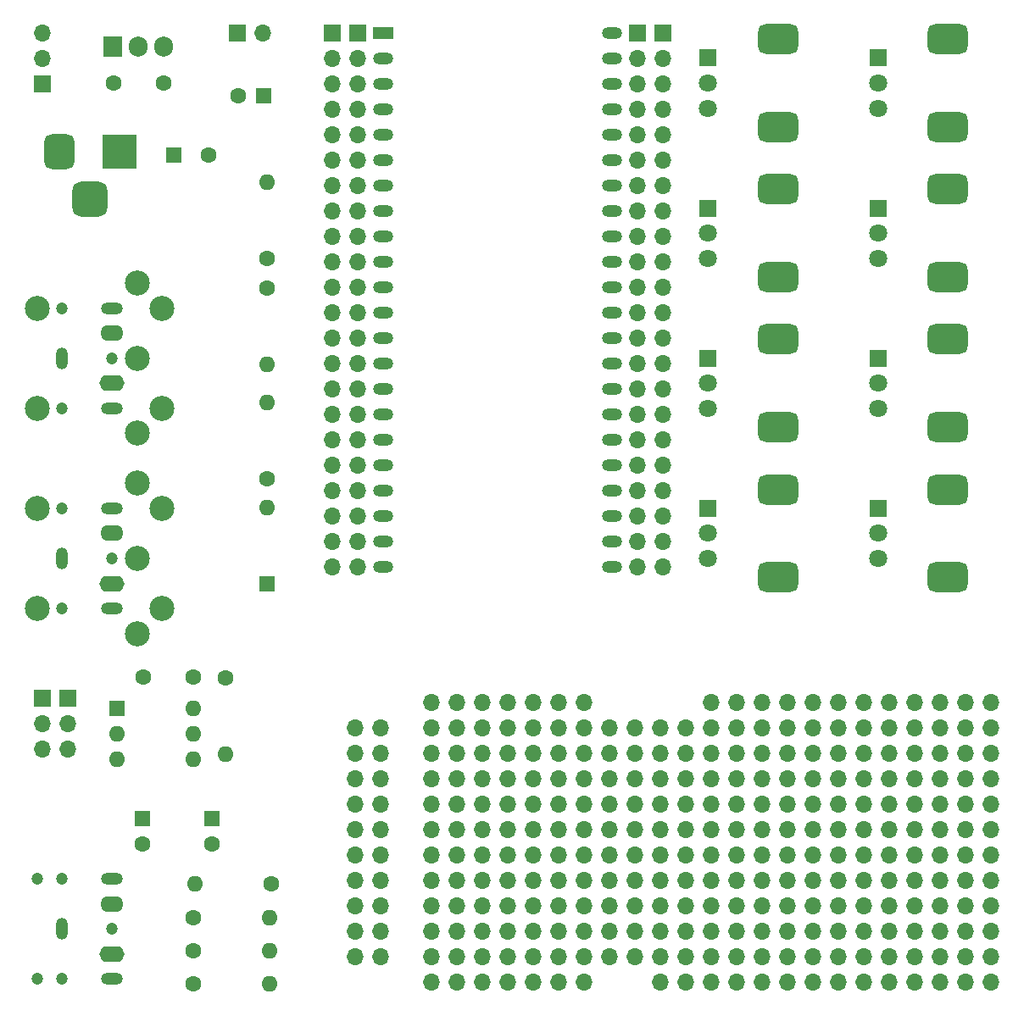
<source format=gbr>
%TF.GenerationSoftware,KiCad,Pcbnew,8.0.7*%
%TF.CreationDate,2025-05-14T18:58:00+01:00*%
%TF.ProjectId,ESP32-S3-Experimenter,45535033-322d-4533-932d-457870657269,rev?*%
%TF.SameCoordinates,Original*%
%TF.FileFunction,Soldermask,Top*%
%TF.FilePolarity,Negative*%
%FSLAX46Y46*%
G04 Gerber Fmt 4.6, Leading zero omitted, Abs format (unit mm)*
G04 Created by KiCad (PCBNEW 8.0.7) date 2025-05-14 18:58:00*
%MOMM*%
%LPD*%
G01*
G04 APERTURE LIST*
G04 Aperture macros list*
%AMRoundRect*
0 Rectangle with rounded corners*
0 $1 Rounding radius*
0 $2 $3 $4 $5 $6 $7 $8 $9 X,Y pos of 4 corners*
0 Add a 4 corners polygon primitive as box body*
4,1,4,$2,$3,$4,$5,$6,$7,$8,$9,$2,$3,0*
0 Add four circle primitives for the rounded corners*
1,1,$1+$1,$2,$3*
1,1,$1+$1,$4,$5*
1,1,$1+$1,$6,$7*
1,1,$1+$1,$8,$9*
0 Add four rect primitives between the rounded corners*
20,1,$1+$1,$2,$3,$4,$5,0*
20,1,$1+$1,$4,$5,$6,$7,0*
20,1,$1+$1,$6,$7,$8,$9,0*
20,1,$1+$1,$8,$9,$2,$3,0*%
G04 Aperture macros list end*
%ADD10O,1.700000X1.700000*%
%ADD11R,1.700000X1.700000*%
%ADD12C,1.600000*%
%ADD13O,1.600000X1.600000*%
%ADD14R,2.000000X1.200000*%
%ADD15O,2.000000X1.200000*%
%ADD16R,1.600000X1.600000*%
%ADD17R,1.800000X1.800000*%
%ADD18C,1.800000*%
%ADD19RoundRect,0.750000X-1.250000X-0.750000X1.250000X-0.750000X1.250000X0.750000X-1.250000X0.750000X0*%
%ADD20C,2.499360*%
%ADD21C,1.200000*%
%ADD22O,1.200000X2.200000*%
%ADD23O,2.200000X1.200000*%
%ADD24O,2.300000X1.600000*%
%ADD25O,2.500000X1.600000*%
%ADD26R,1.905000X2.000000*%
%ADD27O,1.905000X2.000000*%
%ADD28R,3.500000X3.500000*%
%ADD29RoundRect,0.750000X-0.750000X-1.000000X0.750000X-1.000000X0.750000X1.000000X-0.750000X1.000000X0*%
%ADD30RoundRect,0.875000X-0.875000X-0.875000X0.875000X-0.875000X0.875000X0.875000X-0.875000X0.875000X0*%
G04 APERTURE END LIST*
D10*
%TO.C,*%
X99060000Y-137160000D03*
%TD*%
%TO.C,*%
X134620000Y-134620000D03*
%TD*%
%TO.C,*%
X99060000Y-127000000D03*
%TD*%
%TO.C,*%
X139700000Y-121920000D03*
%TD*%
%TO.C,*%
X132080000Y-134620000D03*
%TD*%
%TO.C,*%
X137160000Y-147320000D03*
%TD*%
%TO.C,*%
X114300000Y-147320000D03*
%TD*%
%TO.C,*%
X104140000Y-144780000D03*
%TD*%
%TO.C,*%
X134620000Y-144780000D03*
%TD*%
%TO.C,*%
X93980000Y-139700000D03*
%TD*%
%TO.C,*%
X96520000Y-124460000D03*
%TD*%
%TO.C,*%
X127000000Y-144780000D03*
%TD*%
%TO.C,*%
X144780000Y-147320000D03*
%TD*%
%TO.C,*%
X132080000Y-129540000D03*
%TD*%
%TO.C,*%
X104140000Y-142240000D03*
%TD*%
D11*
%TO.C,J12*%
X84000000Y-52540000D03*
D10*
X84000000Y-55080000D03*
X84000000Y-57620000D03*
X84000000Y-60160000D03*
X84000000Y-62700000D03*
X84000000Y-65240000D03*
X84000000Y-67780000D03*
X84000000Y-70320000D03*
X84000000Y-72860000D03*
X84000000Y-75400000D03*
X84000000Y-77940000D03*
X84000000Y-80480000D03*
X84000000Y-83020000D03*
X84000000Y-85560000D03*
X84000000Y-88100000D03*
X84000000Y-90640000D03*
X84000000Y-93180000D03*
X84000000Y-95720000D03*
X84000000Y-98260000D03*
X84000000Y-100800000D03*
X84000000Y-103340000D03*
X84000000Y-105880000D03*
%TD*%
%TO.C,*%
X116840000Y-127000000D03*
%TD*%
%TO.C,*%
X121920000Y-144780000D03*
%TD*%
%TO.C,*%
X96520000Y-134620000D03*
%TD*%
D11*
%TO.C,J8*%
X52540000Y-119000000D03*
D10*
X52540000Y-121540000D03*
X52540000Y-124080000D03*
%TD*%
%TO.C,*%
X104140000Y-124460000D03*
%TD*%
%TO.C,*%
X114300000Y-142240000D03*
%TD*%
%TO.C,*%
X101600000Y-124460000D03*
%TD*%
D12*
%TO.C,R6*%
X75375000Y-137475000D03*
D13*
X67755000Y-137475000D03*
%TD*%
D12*
%TO.C,C8*%
X64675000Y-57475000D03*
X59675000Y-57475000D03*
%TD*%
D11*
%TO.C,SW2*%
X52540000Y-57620000D03*
D10*
X52540000Y-55080000D03*
X52540000Y-52540000D03*
%TD*%
%TO.C,*%
X144780000Y-121920000D03*
%TD*%
%TO.C,*%
X106680000Y-142240000D03*
%TD*%
%TO.C,*%
X142240000Y-132080000D03*
%TD*%
%TO.C,*%
X101600000Y-144780000D03*
%TD*%
D12*
%TO.C,R4*%
X75000000Y-75000000D03*
D13*
X75000000Y-67380000D03*
%TD*%
D10*
%TO.C,*%
X137160000Y-132080000D03*
%TD*%
D11*
%TO.C,J7*%
X55080000Y-119000000D03*
D10*
X55080000Y-121540000D03*
X55080000Y-124080000D03*
%TD*%
%TO.C,*%
X139700000Y-137160000D03*
%TD*%
D14*
%TO.C,U1*%
X86540000Y-52540000D03*
D15*
X86540000Y-55080000D03*
X86540000Y-57620000D03*
X86540000Y-60160000D03*
X86540000Y-62700000D03*
X86540000Y-65240000D03*
X86540000Y-67780000D03*
X86540000Y-70320000D03*
X86540000Y-72860000D03*
X86540000Y-75400000D03*
X86540000Y-77940000D03*
X86540000Y-80480000D03*
X86540000Y-83020000D03*
X86540000Y-85560000D03*
X86540000Y-88100000D03*
X86540000Y-90640000D03*
X86540000Y-93180000D03*
X86540000Y-95720000D03*
X86540000Y-98260000D03*
X86536320Y-100797280D03*
X86536320Y-103337280D03*
X86536320Y-105877280D03*
X109400000Y-105880000D03*
X109400000Y-103340000D03*
X109400000Y-100800000D03*
X109400000Y-98260000D03*
X109400000Y-95720000D03*
X109400000Y-93180000D03*
X109400000Y-90640000D03*
X109400000Y-88100000D03*
X109400000Y-85560000D03*
X109400000Y-83020000D03*
X109400000Y-80480000D03*
X109400000Y-77940000D03*
X109400000Y-75400000D03*
X109400000Y-72860000D03*
X109400000Y-70320000D03*
X109400000Y-67780000D03*
X109400000Y-65240000D03*
X109400000Y-62700000D03*
X109400000Y-60160000D03*
X109400000Y-57620000D03*
X109400000Y-55080000D03*
X109400000Y-52540000D03*
%TD*%
D10*
%TO.C,*%
X124460000Y-144780000D03*
%TD*%
%TO.C,*%
X121920000Y-137160000D03*
%TD*%
%TO.C,*%
X106680000Y-132080000D03*
%TD*%
D16*
%TO.C,U2*%
X60000000Y-120000000D03*
D13*
X60000000Y-122540000D03*
X60000000Y-125080000D03*
X67620000Y-125080000D03*
X67620000Y-122540000D03*
X67620000Y-120000000D03*
%TD*%
D10*
%TO.C,*%
X101600000Y-142240000D03*
%TD*%
%TO.C,*%
X106680000Y-127000000D03*
%TD*%
%TO.C,*%
X124460000Y-129540000D03*
%TD*%
D17*
%TO.C,RV3*%
X119000000Y-85000000D03*
D18*
X119000000Y-87500000D03*
X119000000Y-90000000D03*
D19*
X126000000Y-83100000D03*
X126000000Y-91900000D03*
%TD*%
D10*
%TO.C,*%
X101600000Y-134620000D03*
%TD*%
%TO.C,*%
X127000000Y-139700000D03*
%TD*%
%TO.C,*%
X109220000Y-139700000D03*
%TD*%
D11*
%TO.C,J13*%
X81460000Y-52540000D03*
D10*
X81460000Y-55080000D03*
X81460000Y-57620000D03*
X81460000Y-60160000D03*
X81460000Y-62700000D03*
X81460000Y-65240000D03*
X81460000Y-67780000D03*
X81460000Y-70320000D03*
X81460000Y-72860000D03*
X81460000Y-75400000D03*
X81460000Y-77940000D03*
X81460000Y-80480000D03*
X81460000Y-83020000D03*
X81460000Y-85560000D03*
X81460000Y-88100000D03*
X81460000Y-90640000D03*
X81460000Y-93180000D03*
X81460000Y-95720000D03*
X81460000Y-98260000D03*
X81460000Y-100800000D03*
X81460000Y-103340000D03*
X81460000Y-105880000D03*
%TD*%
%TO.C,*%
X114300000Y-127000000D03*
%TD*%
%TO.C,*%
X127000000Y-127000000D03*
%TD*%
%TO.C,*%
X104140000Y-129540000D03*
%TD*%
%TO.C,*%
X124460000Y-121920000D03*
%TD*%
%TO.C,*%
X132080000Y-121920000D03*
%TD*%
%TO.C,*%
X99060000Y-132080000D03*
%TD*%
%TO.C,*%
X104140000Y-121920000D03*
%TD*%
%TO.C,*%
X93980000Y-124460000D03*
%TD*%
D20*
%TO.C,J3*%
X51992300Y-99998740D03*
D21*
X54500000Y-100000000D03*
X59500000Y-105000000D03*
X54500000Y-110000000D03*
D20*
X51992300Y-110001260D03*
X61987200Y-112498080D03*
X61989740Y-105000000D03*
D22*
X54500000Y-105000000D03*
D20*
X61987200Y-97501920D03*
D23*
X59500000Y-100000000D03*
D20*
X64489100Y-109996180D03*
X64489100Y-100003820D03*
D23*
X59500000Y-110000000D03*
D24*
X59500000Y-102500000D03*
D25*
X59500000Y-107500000D03*
%TD*%
D10*
%TO.C,*%
X93980000Y-142240000D03*
%TD*%
%TO.C,*%
X93980000Y-134620000D03*
%TD*%
%TO.C,*%
X99060000Y-139700000D03*
%TD*%
%TO.C,*%
X121920000Y-127000000D03*
%TD*%
D12*
%TO.C,R8*%
X70825000Y-116900000D03*
D13*
X70825000Y-124520000D03*
%TD*%
D10*
%TO.C,*%
X147320000Y-132080000D03*
%TD*%
%TO.C,*%
X124460000Y-124460000D03*
%TD*%
%TO.C,*%
X137160000Y-134620000D03*
%TD*%
D12*
%TO.C,R1*%
X75000000Y-97000000D03*
D13*
X75000000Y-89380000D03*
%TD*%
D10*
%TO.C,*%
X142240000Y-144780000D03*
%TD*%
D16*
%TO.C,C7*%
X74600000Y-58800000D03*
D12*
X72100000Y-58800000D03*
%TD*%
D10*
%TO.C,*%
X137160000Y-127000000D03*
%TD*%
%TO.C,*%
X119380000Y-134620000D03*
%TD*%
%TO.C,*%
X144780000Y-124460000D03*
%TD*%
%TO.C,*%
X134620000Y-121920000D03*
%TD*%
%TO.C,*%
X101600000Y-129540000D03*
%TD*%
%TO.C,*%
X144780000Y-132080000D03*
%TD*%
%TO.C,*%
X101600000Y-127000000D03*
%TD*%
%TO.C,*%
X129540000Y-137160000D03*
%TD*%
%TO.C,*%
X111760000Y-139700000D03*
%TD*%
%TO.C,*%
X93980000Y-137160000D03*
%TD*%
%TO.C,*%
X129540000Y-124460000D03*
%TD*%
%TO.C,*%
X116840000Y-137160000D03*
%TD*%
%TO.C,*%
X93980000Y-121920000D03*
%TD*%
%TO.C,*%
X114300000Y-132080000D03*
%TD*%
%TO.C,*%
X144780000Y-139700000D03*
%TD*%
%TO.C,*%
X93980000Y-144780000D03*
%TD*%
%TO.C,*%
X121920000Y-124460000D03*
%TD*%
%TO.C,*%
X93980000Y-127000000D03*
%TD*%
D16*
%TO.C,C2*%
X69500000Y-131000000D03*
D12*
X69500000Y-133500000D03*
%TD*%
D10*
%TO.C,*%
X111760000Y-142240000D03*
%TD*%
%TO.C,*%
X91440000Y-137160000D03*
%TD*%
%TO.C,*%
X147320000Y-124460000D03*
%TD*%
%TO.C,*%
X137160000Y-121920000D03*
%TD*%
%TO.C,*%
X96520000Y-121920000D03*
%TD*%
%TO.C,*%
X139700000Y-129540000D03*
%TD*%
%TO.C,*%
X106680000Y-137160000D03*
%TD*%
%TO.C,*%
X132080000Y-137160000D03*
%TD*%
%TO.C,*%
X139700000Y-147320000D03*
%TD*%
%TO.C,*%
X121920000Y-139700000D03*
%TD*%
%TO.C,*%
X119380000Y-121920000D03*
%TD*%
D12*
%TO.C,C5*%
X67625000Y-116875000D03*
X62625000Y-116875000D03*
%TD*%
D10*
%TO.C,*%
X104140000Y-127000000D03*
%TD*%
%TO.C,*%
X114300000Y-139700000D03*
%TD*%
D11*
%TO.C,J15*%
X114480000Y-52540000D03*
D10*
X114480000Y-55080000D03*
X114480000Y-57620000D03*
X114480000Y-60160000D03*
X114480000Y-62700000D03*
X114480000Y-65240000D03*
X114480000Y-67780000D03*
X114480000Y-70320000D03*
X114480000Y-72860000D03*
X114480000Y-75400000D03*
X114480000Y-77940000D03*
X114480000Y-80480000D03*
X114480000Y-83020000D03*
X114480000Y-85560000D03*
X114480000Y-88100000D03*
X114480000Y-90640000D03*
X114480000Y-93180000D03*
X114480000Y-95720000D03*
X114480000Y-98260000D03*
X114480000Y-100800000D03*
X114480000Y-103340000D03*
X114480000Y-105880000D03*
%TD*%
D16*
%TO.C,C3*%
X62500000Y-131000000D03*
D12*
X62500000Y-133500000D03*
%TD*%
D10*
%TO.C,*%
X121920000Y-129540000D03*
%TD*%
%TO.C,*%
X109220000Y-121920000D03*
%TD*%
%TO.C,*%
X147320000Y-129540000D03*
%TD*%
%TO.C,*%
X116840000Y-132080000D03*
%TD*%
D17*
%TO.C,RV8*%
X136000000Y-100000000D03*
D18*
X136000000Y-102500000D03*
X136000000Y-105000000D03*
D19*
X143000000Y-98100000D03*
X143000000Y-106900000D03*
%TD*%
D10*
%TO.C,*%
X147320000Y-134620000D03*
%TD*%
%TO.C,*%
X137160000Y-139700000D03*
%TD*%
%TO.C,*%
X139700000Y-139700000D03*
%TD*%
%TO.C,*%
X144780000Y-142240000D03*
%TD*%
%TO.C,*%
X134620000Y-139700000D03*
%TD*%
D12*
%TO.C,R7*%
X67600000Y-147500000D03*
D13*
X75220000Y-147500000D03*
%TD*%
D10*
%TO.C,*%
X106680000Y-124460000D03*
%TD*%
%TO.C,J16*%
X83820000Y-144780000D03*
X83820000Y-142240000D03*
X83820000Y-139700000D03*
X83820000Y-137160000D03*
X83820000Y-134620000D03*
X83820000Y-132080000D03*
X83820000Y-129540000D03*
X83820000Y-127000000D03*
X83820000Y-124460000D03*
X83820000Y-121920000D03*
%TD*%
D17*
%TO.C,RV5*%
X136000000Y-55000000D03*
D18*
X136000000Y-57500000D03*
X136000000Y-60000000D03*
D19*
X143000000Y-53100000D03*
X143000000Y-61900000D03*
%TD*%
D10*
%TO.C,*%
X119380000Y-142240000D03*
%TD*%
D11*
%TO.C,J2*%
X72000000Y-52540000D03*
D10*
X74540000Y-52540000D03*
%TD*%
%TO.C,*%
X147320000Y-142240000D03*
%TD*%
%TO.C,*%
X99060000Y-129540000D03*
%TD*%
D17*
%TO.C,RV4*%
X119000000Y-100000000D03*
D18*
X119000000Y-102500000D03*
X119000000Y-105000000D03*
D19*
X126000000Y-98100000D03*
X126000000Y-106900000D03*
%TD*%
D10*
%TO.C,*%
X147320000Y-139700000D03*
%TD*%
%TO.C,*%
X139700000Y-132080000D03*
%TD*%
%TO.C,*%
X137160000Y-144780000D03*
%TD*%
D12*
%TO.C,R5*%
X75000000Y-78000000D03*
D13*
X75000000Y-85620000D03*
%TD*%
D12*
%TO.C,R2*%
X67625000Y-140875000D03*
D13*
X75245000Y-140875000D03*
%TD*%
D10*
%TO.C,*%
X106680000Y-134620000D03*
%TD*%
%TO.C,*%
X99060000Y-121920000D03*
%TD*%
%TO.C,*%
X134620000Y-127000000D03*
%TD*%
%TO.C,*%
X147320000Y-121920000D03*
%TD*%
%TO.C,*%
X147320000Y-127000000D03*
%TD*%
%TO.C,*%
X124460000Y-147320000D03*
%TD*%
%TO.C,*%
X121920000Y-142240000D03*
%TD*%
%TO.C,*%
X142240000Y-137160000D03*
%TD*%
%TO.C,*%
X124460000Y-134620000D03*
%TD*%
%TO.C,*%
X91440000Y-142240000D03*
%TD*%
%TO.C,*%
X132080000Y-147320000D03*
%TD*%
%TO.C,*%
X139700000Y-142240000D03*
%TD*%
%TO.C,*%
X132080000Y-142240000D03*
%TD*%
%TO.C,*%
X116840000Y-121920000D03*
%TD*%
%TO.C,*%
X119380000Y-137160000D03*
%TD*%
%TO.C,*%
X101600000Y-121920000D03*
%TD*%
%TO.C,*%
X129540000Y-142240000D03*
%TD*%
%TO.C,*%
X109220000Y-127000000D03*
%TD*%
%TO.C,*%
X129540000Y-129540000D03*
%TD*%
%TO.C,*%
X134620000Y-124460000D03*
%TD*%
D16*
%TO.C,C6*%
X65650000Y-64690000D03*
D12*
X69150000Y-64690000D03*
%TD*%
D10*
%TO.C,*%
X106680000Y-121920000D03*
%TD*%
%TO.C,*%
X91440000Y-121920000D03*
%TD*%
%TO.C,*%
X96520000Y-129540000D03*
%TD*%
%TO.C,*%
X137160000Y-124460000D03*
%TD*%
%TO.C,*%
X144780000Y-137160000D03*
%TD*%
%TO.C,*%
X101600000Y-137160000D03*
%TD*%
%TO.C,*%
X139700000Y-144780000D03*
%TD*%
%TO.C,*%
X101600000Y-132080000D03*
%TD*%
%TO.C,*%
X132080000Y-139700000D03*
%TD*%
%TO.C,*%
X121920000Y-147320000D03*
%TD*%
%TO.C,*%
X142240000Y-129540000D03*
%TD*%
%TO.C,*%
X114300000Y-129540000D03*
%TD*%
%TO.C,*%
X109220000Y-129540000D03*
%TD*%
%TO.C,*%
X99060000Y-144780000D03*
%TD*%
%TO.C,*%
X116840000Y-147320000D03*
%TD*%
%TO.C,*%
X121920000Y-121920000D03*
%TD*%
%TO.C,*%
X91440000Y-124460000D03*
%TD*%
%TO.C,*%
X132080000Y-132080000D03*
%TD*%
%TO.C,*%
X127000000Y-134620000D03*
%TD*%
D20*
%TO.C,J4*%
X51992300Y-79998740D03*
D21*
X54500000Y-80000000D03*
X59500000Y-85000000D03*
X54500000Y-90000000D03*
D20*
X51992300Y-90001260D03*
X61987200Y-92498080D03*
X61989740Y-85000000D03*
D22*
X54500000Y-85000000D03*
D20*
X61987200Y-77501920D03*
D23*
X59500000Y-80000000D03*
D20*
X64489100Y-89996180D03*
X64489100Y-80003820D03*
D23*
X59500000Y-90000000D03*
D24*
X59500000Y-82500000D03*
D25*
X59500000Y-87500000D03*
%TD*%
D10*
%TO.C,*%
X137160000Y-129540000D03*
%TD*%
%TO.C,*%
X124460000Y-127000000D03*
%TD*%
%TO.C,*%
X111760000Y-132080000D03*
%TD*%
%TO.C,*%
X144780000Y-134620000D03*
%TD*%
%TO.C,*%
X109220000Y-134620000D03*
%TD*%
%TO.C,*%
X142240000Y-124460000D03*
%TD*%
%TO.C,*%
X99060000Y-134620000D03*
%TD*%
%TO.C,*%
X124460000Y-137160000D03*
%TD*%
D12*
%TO.C,R3*%
X67600000Y-144175000D03*
D13*
X75220000Y-144175000D03*
%TD*%
D10*
%TO.C,*%
X127000000Y-129540000D03*
%TD*%
%TO.C,*%
X106680000Y-129540000D03*
%TD*%
%TO.C,*%
X139700000Y-134620000D03*
%TD*%
%TO.C,*%
X132080000Y-127000000D03*
%TD*%
%TO.C,*%
X99060000Y-142240000D03*
%TD*%
%TO.C,*%
X129540000Y-121920000D03*
%TD*%
%TO.C,*%
X121920000Y-134620000D03*
%TD*%
%TO.C,*%
X142240000Y-142240000D03*
%TD*%
%TO.C,*%
X124460000Y-132080000D03*
%TD*%
%TO.C,*%
X111760000Y-134620000D03*
%TD*%
%TO.C,*%
X96520000Y-137160000D03*
%TD*%
%TO.C,*%
X127000000Y-142240000D03*
%TD*%
%TO.C,*%
X121920000Y-132080000D03*
%TD*%
%TO.C,*%
X127000000Y-132080000D03*
%TD*%
%TO.C,*%
X111760000Y-129540000D03*
%TD*%
%TO.C,*%
X116840000Y-124460000D03*
%TD*%
%TO.C,*%
X124460000Y-142240000D03*
%TD*%
%TO.C,J10*%
X91440000Y-119380000D03*
X93980000Y-119380000D03*
X96520000Y-119380000D03*
X99060000Y-119380000D03*
X101600000Y-119380000D03*
X104140000Y-119380000D03*
X106680000Y-119380000D03*
%TD*%
%TO.C,*%
X119380000Y-144780000D03*
%TD*%
%TO.C,*%
X129540000Y-134620000D03*
%TD*%
%TO.C,*%
X144780000Y-144780000D03*
%TD*%
%TO.C,*%
X96520000Y-142240000D03*
%TD*%
%TO.C,*%
X139700000Y-124460000D03*
%TD*%
%TO.C,*%
X91440000Y-144780000D03*
%TD*%
%TO.C,*%
X109220000Y-144780000D03*
%TD*%
%TO.C,*%
X116840000Y-129540000D03*
%TD*%
%TO.C,*%
X114300000Y-137160000D03*
%TD*%
%TO.C,*%
X114300000Y-134620000D03*
%TD*%
D11*
%TO.C,J5*%
X111940000Y-52540000D03*
D10*
X111940000Y-55080000D03*
X111940000Y-57620000D03*
X111940000Y-60160000D03*
X111940000Y-62700000D03*
X111940000Y-65240000D03*
X111940000Y-67780000D03*
X111940000Y-70320000D03*
X111940000Y-72860000D03*
X111940000Y-75400000D03*
X111940000Y-77940000D03*
X111940000Y-80480000D03*
X111940000Y-83020000D03*
X111940000Y-85560000D03*
X111940000Y-88100000D03*
X111940000Y-90640000D03*
X111940000Y-93180000D03*
X111940000Y-95720000D03*
X111940000Y-98260000D03*
X111940000Y-100800000D03*
X111940000Y-103340000D03*
X111940000Y-105880000D03*
%TD*%
%TO.C,*%
X91440000Y-132080000D03*
%TD*%
%TO.C,*%
X91440000Y-139700000D03*
%TD*%
%TO.C,*%
X99060000Y-124460000D03*
%TD*%
D17*
%TO.C,RV6*%
X136000000Y-70000000D03*
D18*
X136000000Y-72500000D03*
X136000000Y-75000000D03*
D19*
X143000000Y-68100000D03*
X143000000Y-76900000D03*
%TD*%
D10*
%TO.C,*%
X129540000Y-139700000D03*
%TD*%
%TO.C,*%
X114300000Y-124460000D03*
%TD*%
%TO.C,*%
X119380000Y-132080000D03*
%TD*%
%TO.C,*%
X139700000Y-127000000D03*
%TD*%
%TO.C,*%
X147320000Y-137160000D03*
%TD*%
%TO.C,*%
X111760000Y-124460000D03*
%TD*%
%TO.C,*%
X111760000Y-121920000D03*
%TD*%
%TO.C,*%
X106680000Y-144780000D03*
%TD*%
%TO.C,*%
X129540000Y-132080000D03*
%TD*%
%TO.C,*%
X104140000Y-134620000D03*
%TD*%
%TO.C,*%
X134620000Y-129540000D03*
%TD*%
%TO.C,*%
X93980000Y-132080000D03*
%TD*%
D26*
%TO.C,U3*%
X59580000Y-53885000D03*
D27*
X62120000Y-53885000D03*
X64660000Y-53885000D03*
%TD*%
D10*
%TO.C,J11*%
X91440000Y-147320000D03*
X93980000Y-147320000D03*
X96520000Y-147320000D03*
X99060000Y-147320000D03*
X101600000Y-147320000D03*
X104140000Y-147320000D03*
X106680000Y-147320000D03*
%TD*%
%TO.C,*%
X116840000Y-134620000D03*
%TD*%
D28*
%TO.C,J1*%
X60250000Y-64360000D03*
D29*
X54250000Y-64360000D03*
D30*
X57250000Y-69060000D03*
%TD*%
D10*
%TO.C,*%
X109220000Y-132080000D03*
%TD*%
%TO.C,*%
X137160000Y-142240000D03*
%TD*%
%TO.C,*%
X147320000Y-144780000D03*
%TD*%
%TO.C,J17*%
X86360000Y-144780000D03*
X86360000Y-142240000D03*
X86360000Y-139700000D03*
X86360000Y-137160000D03*
X86360000Y-134620000D03*
X86360000Y-132080000D03*
X86360000Y-129540000D03*
X86360000Y-127000000D03*
X86360000Y-124460000D03*
X86360000Y-121920000D03*
%TD*%
%TO.C,*%
X132080000Y-144780000D03*
%TD*%
%TO.C,*%
X104140000Y-139700000D03*
%TD*%
%TO.C,*%
X127000000Y-147320000D03*
%TD*%
%TO.C,*%
X119380000Y-129540000D03*
%TD*%
%TO.C,*%
X127000000Y-137160000D03*
%TD*%
%TO.C,*%
X109220000Y-124460000D03*
%TD*%
%TO.C,*%
X109220000Y-137160000D03*
%TD*%
%TO.C,*%
X93980000Y-129540000D03*
%TD*%
%TO.C,*%
X111760000Y-144780000D03*
%TD*%
%TO.C,*%
X96520000Y-144780000D03*
%TD*%
%TO.C,*%
X142240000Y-147320000D03*
%TD*%
%TO.C,*%
X96520000Y-139700000D03*
%TD*%
D17*
%TO.C,RV7*%
X136000000Y-85000000D03*
D18*
X136000000Y-87500000D03*
X136000000Y-90000000D03*
D19*
X143000000Y-83100000D03*
X143000000Y-91900000D03*
%TD*%
D10*
%TO.C,*%
X96520000Y-127000000D03*
%TD*%
D16*
%TO.C,D1*%
X75000000Y-107500000D03*
D13*
X75000000Y-99880000D03*
%TD*%
D10*
%TO.C,*%
X134620000Y-147320000D03*
%TD*%
%TO.C,*%
X109220000Y-142240000D03*
%TD*%
%TO.C,*%
X129540000Y-127000000D03*
%TD*%
D21*
%TO.C,J6*%
X54500000Y-137000000D03*
X52000000Y-137000000D03*
X59500000Y-142000000D03*
X54500000Y-147000000D03*
X52000000Y-147000000D03*
D23*
X59500000Y-137000000D03*
D24*
X59500000Y-139500000D03*
D22*
X54500000Y-142000000D03*
D23*
X59500000Y-147000000D03*
D25*
X59500000Y-144500000D03*
%TD*%
D10*
%TO.C,*%
X119380000Y-127000000D03*
%TD*%
%TO.C,*%
X127000000Y-124460000D03*
%TD*%
%TO.C,*%
X132080000Y-124460000D03*
%TD*%
D17*
%TO.C,RV2*%
X119000000Y-70000000D03*
D18*
X119000000Y-72500000D03*
X119000000Y-75000000D03*
D19*
X126000000Y-68100000D03*
X126000000Y-76900000D03*
%TD*%
D10*
%TO.C,*%
X91440000Y-127000000D03*
%TD*%
%TO.C,*%
X129540000Y-144780000D03*
%TD*%
%TO.C,*%
X134620000Y-142240000D03*
%TD*%
%TO.C,*%
X142240000Y-121920000D03*
%TD*%
%TO.C,*%
X104140000Y-132080000D03*
%TD*%
%TO.C,*%
X144780000Y-129540000D03*
%TD*%
%TO.C,*%
X114300000Y-144780000D03*
%TD*%
%TO.C,*%
X142240000Y-134620000D03*
%TD*%
%TO.C,*%
X119380000Y-147320000D03*
%TD*%
%TO.C,J14*%
X119380000Y-119380000D03*
X121920000Y-119380000D03*
X124460000Y-119380000D03*
X127000000Y-119380000D03*
X129540000Y-119380000D03*
X132080000Y-119380000D03*
X134620000Y-119380000D03*
X137160000Y-119380000D03*
X139700000Y-119380000D03*
X142240000Y-119380000D03*
X144780000Y-119380000D03*
X147320000Y-119380000D03*
%TD*%
%TO.C,*%
X142240000Y-139700000D03*
%TD*%
%TO.C,*%
X147320000Y-147320000D03*
%TD*%
%TO.C,*%
X134620000Y-137160000D03*
%TD*%
%TO.C,*%
X111760000Y-137160000D03*
%TD*%
%TO.C,*%
X91440000Y-129540000D03*
%TD*%
%TO.C,*%
X101600000Y-139700000D03*
%TD*%
%TO.C,*%
X114300000Y-121920000D03*
%TD*%
%TO.C,*%
X96520000Y-132080000D03*
%TD*%
D17*
%TO.C,RV1*%
X119000000Y-55000000D03*
D18*
X119000000Y-57500000D03*
X119000000Y-60000000D03*
D19*
X126000000Y-53100000D03*
X126000000Y-61900000D03*
%TD*%
D10*
%TO.C,*%
X119380000Y-139700000D03*
%TD*%
%TO.C,*%
X104140000Y-137160000D03*
%TD*%
%TO.C,*%
X111760000Y-127000000D03*
%TD*%
%TO.C,*%
X116840000Y-144780000D03*
%TD*%
%TO.C,*%
X106680000Y-139700000D03*
%TD*%
%TO.C,*%
X119380000Y-124460000D03*
%TD*%
%TO.C,*%
X137160000Y-137160000D03*
%TD*%
%TO.C,*%
X124460000Y-139700000D03*
%TD*%
%TO.C,*%
X116840000Y-139700000D03*
%TD*%
%TO.C,*%
X142240000Y-127000000D03*
%TD*%
%TO.C,*%
X116840000Y-142240000D03*
%TD*%
%TO.C,*%
X134620000Y-132080000D03*
%TD*%
%TO.C,*%
X91440000Y-134620000D03*
%TD*%
%TO.C,*%
X127000000Y-121920000D03*
%TD*%
%TO.C,*%
X144780000Y-127000000D03*
%TD*%
%TO.C,*%
X129540000Y-147320000D03*
%TD*%
M02*

</source>
